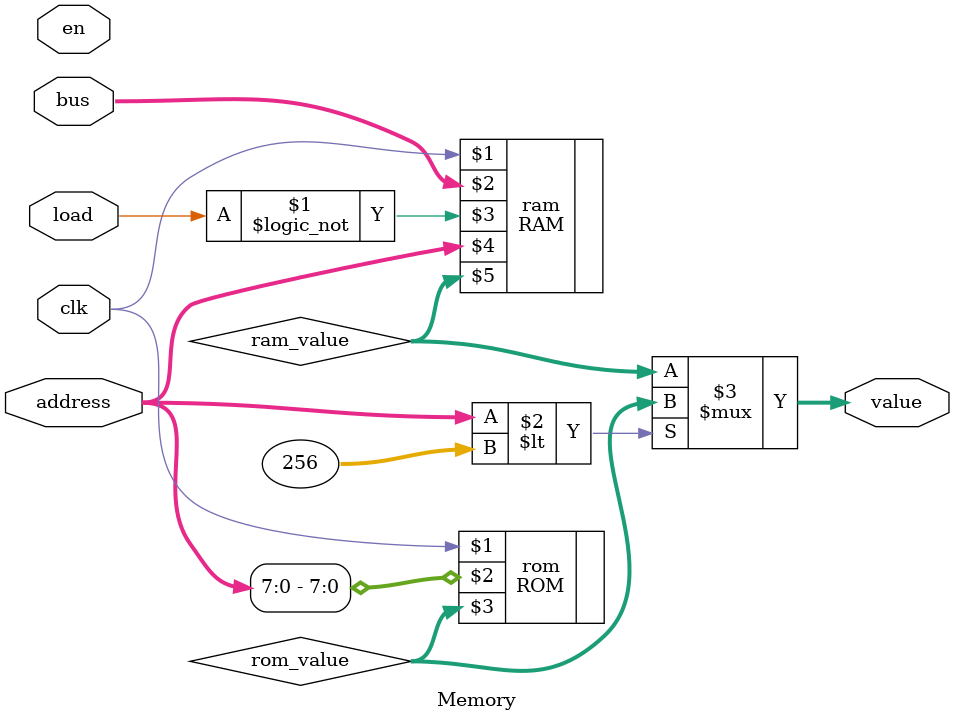
<source format=v>
/* Memory

   When "en" is 1, gives current value to the bus
   When "load" is 1 and clock edge rises, RAM takes in new value from the bus
   Always gives current value to 'value'
*/

`include "fpga-rom.v"
`include "fpga-ram.v"

module Memory(clk, bus, load, en, address, value);
    input clk;
    input [15:0] bus;
    input load;
    input en;
    input [15:0] address;
    output [15:0] value;

    wire [15:0] rom_value;
    wire [15:0] ram_value;

    ROM rom (clk, address[7:0], rom_value);
    RAM ram (clk, bus, !load, address, ram_value);

    assign value = address < 256 ? rom_value : ram_value;
endmodule

</source>
